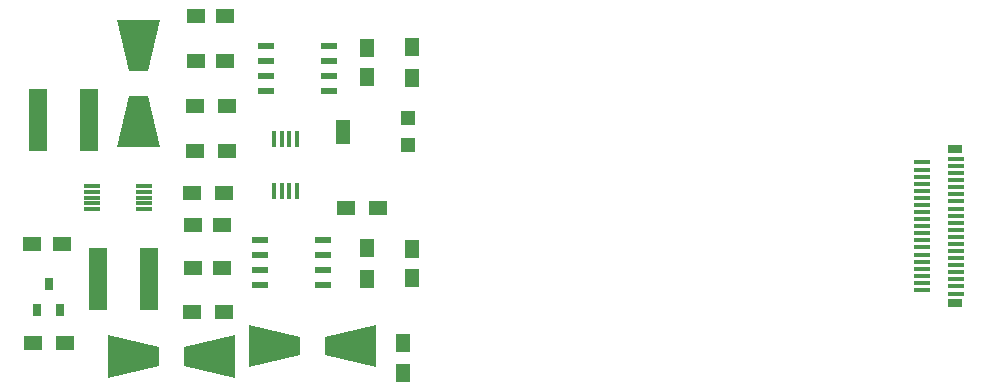
<source format=gtp>
G04 #@! TF.FileFunction,Paste,Top*
%FSLAX46Y46*%
G04 Gerber Fmt 4.6, Leading zero omitted, Abs format (unit mm)*
G04 Created by KiCad (PCBNEW 4.0.4+e1-6308~48~ubuntu16.04.1-stable) date Wed Oct 19 17:44:58 2016*
%MOMM*%
%LPD*%
G01*
G04 APERTURE LIST*
%ADD10C,0.150000*%
%ADD11R,1.500000X1.250000*%
%ADD12R,1.250000X1.500000*%
%ADD13R,1.501140X5.300980*%
%ADD14R,0.800100X1.000760*%
%ADD15R,1.500000X1.300000*%
%ADD16R,1.300000X1.500000*%
%ADD17R,1.300000X1.300000*%
%ADD18R,1.300000X2.000000*%
%ADD19R,1.400000X0.300000*%
%ADD20R,0.450000X1.450000*%
%ADD21R,1.399540X0.599440*%
%ADD22R,1.200000X0.650000*%
G04 APERTURE END LIST*
D10*
D11*
X82149000Y-131064000D03*
X79649000Y-131064000D03*
X93238000Y-133096000D03*
X95738000Y-133096000D03*
X95738000Y-129413000D03*
X93238000Y-129413000D03*
X95992000Y-115570000D03*
X93492000Y-115570000D03*
D12*
X110998000Y-139466000D03*
X110998000Y-141966000D03*
D11*
X93492000Y-111760000D03*
X95992000Y-111760000D03*
D12*
X107950000Y-116947000D03*
X107950000Y-114447000D03*
X111760000Y-131465000D03*
X111760000Y-133965000D03*
D10*
G36*
X86845140Y-112124490D02*
X90446860Y-112124490D01*
X89446100Y-116424710D01*
X87845900Y-116424710D01*
X86845140Y-112124490D01*
X86845140Y-112124490D01*
G37*
G36*
X90446860Y-122825510D02*
X86845140Y-122825510D01*
X87845900Y-118525290D01*
X89446100Y-118525290D01*
X90446860Y-122825510D01*
X90446860Y-122825510D01*
G37*
G36*
X86089490Y-142389860D02*
X86089490Y-138788140D01*
X90389710Y-139788900D01*
X90389710Y-141389100D01*
X86089490Y-142389860D01*
X86089490Y-142389860D01*
G37*
G36*
X96790510Y-138788140D02*
X96790510Y-142389860D01*
X92490290Y-141389100D01*
X92490290Y-139788900D01*
X96790510Y-138788140D01*
X96790510Y-138788140D01*
G37*
G36*
X98027490Y-141500860D02*
X98027490Y-137899140D01*
X102327710Y-138899900D01*
X102327710Y-140500100D01*
X98027490Y-141500860D01*
X98027490Y-141500860D01*
G37*
G36*
X108728510Y-137899140D02*
X108728510Y-141500860D01*
X104428290Y-140500100D01*
X104428290Y-138899900D01*
X108728510Y-137899140D01*
X108728510Y-137899140D01*
G37*
D13*
X85217000Y-133985000D03*
X89535000Y-133985000D03*
X80137000Y-120523000D03*
X84455000Y-120523000D03*
D14*
X81026000Y-134409180D03*
X81978500Y-136608820D03*
X80073500Y-136608820D03*
D15*
X82376000Y-139446000D03*
X79676000Y-139446000D03*
X95838000Y-126746000D03*
X93138000Y-126746000D03*
X95838000Y-136779000D03*
X93138000Y-136779000D03*
X96092000Y-123190000D03*
X93392000Y-123190000D03*
X93392000Y-119380000D03*
X96092000Y-119380000D03*
D16*
X111760000Y-117047000D03*
X111760000Y-114347000D03*
D15*
X108919000Y-128016000D03*
X106219000Y-128016000D03*
D16*
X107950000Y-131365000D03*
X107950000Y-134065000D03*
D17*
X111418000Y-120389000D03*
X111418000Y-122689000D03*
D18*
X105918000Y-121539000D03*
D19*
X89068000Y-128127000D03*
X89068000Y-127627000D03*
X89068000Y-127127000D03*
X89068000Y-126627000D03*
X89068000Y-126127000D03*
X84668000Y-126127000D03*
X84668000Y-126627000D03*
X84668000Y-127127000D03*
X84668000Y-127627000D03*
X84668000Y-128127000D03*
D20*
X100117000Y-126533000D03*
X100767000Y-126533000D03*
X101417000Y-126533000D03*
X102067000Y-126533000D03*
X102067000Y-122133000D03*
X101417000Y-122133000D03*
X100767000Y-122133000D03*
X100117000Y-122133000D03*
D21*
X99441000Y-118110000D03*
X104775000Y-118110000D03*
X99441000Y-116840000D03*
X99441000Y-115570000D03*
X99441000Y-114300000D03*
X104775000Y-116840000D03*
X104775000Y-115570000D03*
X104775000Y-114300000D03*
X98933000Y-134493000D03*
X104267000Y-134493000D03*
X98933000Y-133223000D03*
X98933000Y-131953000D03*
X98933000Y-130683000D03*
X104267000Y-133223000D03*
X104267000Y-131953000D03*
X104267000Y-130683000D03*
D19*
X157880000Y-135255000D03*
X154930000Y-134955000D03*
X157880000Y-134655000D03*
X154930000Y-134355000D03*
X157880000Y-134055000D03*
X154930000Y-133755000D03*
X157880000Y-133455000D03*
X154930000Y-133155000D03*
X157880000Y-132855000D03*
X154930000Y-132555000D03*
X157880000Y-132255000D03*
X154930000Y-131955000D03*
X157880000Y-131655000D03*
X154930000Y-131355000D03*
X157880000Y-131055000D03*
X154930000Y-130755000D03*
X157880000Y-130455000D03*
X154930000Y-130155000D03*
X157880000Y-129855000D03*
X154930000Y-129555000D03*
X157880000Y-129255000D03*
X154930000Y-128955000D03*
X157880000Y-128655000D03*
X154930000Y-128355000D03*
X157880000Y-128055000D03*
X154930000Y-127755000D03*
X157880000Y-127455000D03*
X154930000Y-127155000D03*
X157880000Y-126855000D03*
X154930000Y-126555000D03*
X157880000Y-126255000D03*
X154930000Y-125955000D03*
X157880000Y-125655000D03*
X154930000Y-125355000D03*
X157880000Y-125055000D03*
X154930000Y-124755000D03*
X157880000Y-124455000D03*
X154930000Y-124155000D03*
X157880000Y-123855000D03*
D22*
X157730000Y-136080000D03*
X157730000Y-123030000D03*
M02*

</source>
